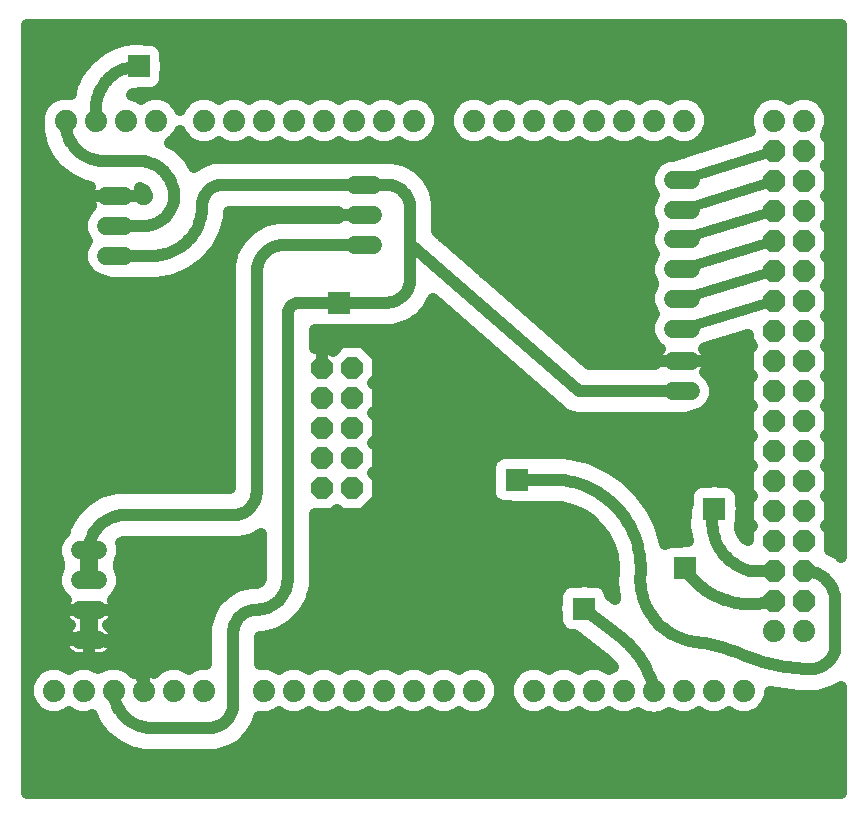
<source format=gbl>
G75*
%MOIN*%
%OFA0B0*%
%FSLAX24Y24*%
%IPPOS*%
%LPD*%
%AMOC8*
5,1,8,0,0,1.08239X$1,22.5*
%
%ADD10C,0.0600*%
%ADD11OC8,0.0720*%
%ADD12C,0.0740*%
%ADD13OC8,0.0740*%
%ADD14C,0.0400*%
%ADD15R,0.0760X0.0760*%
%ADD16C,0.0591*%
%ADD17C,0.0320*%
D10*
X010815Y006363D02*
X011415Y006363D01*
X011415Y007363D02*
X010815Y007363D01*
X010815Y008363D02*
X011415Y008363D01*
X011415Y009363D02*
X010815Y009363D01*
X011677Y019182D02*
X012277Y019182D01*
X012277Y020182D02*
X011677Y020182D01*
X011677Y021182D02*
X012277Y021182D01*
X019988Y021556D02*
X020588Y021556D01*
X020588Y020556D02*
X019988Y020556D01*
X019988Y019556D02*
X020588Y019556D01*
X030575Y019729D02*
X031175Y019729D01*
X031175Y020698D02*
X030575Y020698D01*
X030575Y021698D02*
X031175Y021698D01*
X031175Y018729D02*
X030575Y018729D01*
X030575Y017761D02*
X031175Y017761D01*
X031175Y016761D02*
X030575Y016761D01*
X030575Y015666D02*
X031175Y015666D01*
X031175Y014666D02*
X030575Y014666D01*
D11*
X019875Y014444D03*
X019875Y015444D03*
X018875Y015444D03*
X018875Y014444D03*
X018875Y013444D03*
X019875Y013444D03*
X019875Y012444D03*
X018875Y012444D03*
X018875Y011444D03*
X019875Y011444D03*
D12*
X019938Y004694D03*
X020938Y004694D03*
X021938Y004694D03*
X022938Y004694D03*
X023938Y004694D03*
X025938Y004694D03*
X026938Y004694D03*
X027938Y004694D03*
X028938Y004694D03*
X029938Y004694D03*
X030938Y004694D03*
X031938Y004694D03*
X032938Y004694D03*
X033938Y006694D03*
X034938Y006694D03*
X018938Y004694D03*
X017938Y004694D03*
X016938Y004694D03*
X014938Y004694D03*
X013938Y004694D03*
X012938Y004694D03*
X011938Y004694D03*
X010938Y004694D03*
X009938Y004694D03*
X010338Y023694D03*
X011338Y023694D03*
X012338Y023694D03*
X013338Y023694D03*
X014938Y023694D03*
X015938Y023694D03*
X016938Y023694D03*
X017938Y023694D03*
X018938Y023694D03*
X019938Y023694D03*
X020938Y023694D03*
X021938Y023694D03*
X023938Y023694D03*
X024938Y023694D03*
X025938Y023694D03*
X026938Y023694D03*
X027938Y023694D03*
X028938Y023694D03*
X029938Y023694D03*
X030938Y023694D03*
X033938Y023694D03*
X034938Y023694D03*
D13*
X034938Y022694D03*
X033938Y022694D03*
X033938Y021694D03*
X034938Y021694D03*
X034938Y020694D03*
X033938Y020694D03*
X033938Y019694D03*
X034938Y019694D03*
X034938Y018694D03*
X033938Y018694D03*
X033938Y017694D03*
X034938Y017694D03*
X034938Y016694D03*
X033938Y016694D03*
X033938Y015694D03*
X034938Y015694D03*
X034938Y014694D03*
X033938Y014694D03*
X033938Y013694D03*
X034938Y013694D03*
X034938Y012694D03*
X033938Y012694D03*
X033938Y011694D03*
X034938Y011694D03*
X034938Y010694D03*
X033938Y010694D03*
X033938Y009694D03*
X034938Y009694D03*
X034938Y008694D03*
X033938Y008694D03*
X033938Y007694D03*
X034938Y007694D03*
D14*
X009034Y001294D02*
X009034Y026865D01*
X036181Y026865D01*
X036181Y009161D01*
X036138Y009203D01*
X035808Y009394D01*
X035808Y010054D01*
X035668Y010194D01*
X035808Y010333D01*
X035808Y011054D01*
X035668Y011194D01*
X035808Y011333D01*
X035808Y012054D01*
X035668Y012194D01*
X035808Y012333D01*
X035808Y013054D01*
X035668Y013194D01*
X035808Y013333D01*
X035808Y014054D01*
X035668Y014194D01*
X035808Y014333D01*
X035808Y015054D01*
X035668Y015194D01*
X035808Y015333D01*
X035808Y016054D01*
X035668Y016194D01*
X035808Y016333D01*
X035808Y017054D01*
X035668Y017194D01*
X035808Y017333D01*
X035808Y018054D01*
X035668Y018194D01*
X035808Y018333D01*
X035808Y019054D01*
X035668Y019194D01*
X035808Y019333D01*
X035808Y020054D01*
X035668Y020194D01*
X035808Y020333D01*
X035808Y021054D01*
X035668Y021194D01*
X035808Y021333D01*
X035808Y022054D01*
X035668Y022194D01*
X035808Y022333D01*
X035808Y023054D01*
X035668Y023194D01*
X035676Y023201D01*
X035808Y023521D01*
X035808Y023867D01*
X035676Y024187D01*
X035431Y024431D01*
X035111Y024564D01*
X034765Y024564D01*
X034445Y024431D01*
X034438Y024424D01*
X034431Y024431D01*
X034111Y024564D01*
X033765Y024564D01*
X033445Y024431D01*
X033200Y024187D01*
X033068Y023867D01*
X033068Y023521D01*
X033143Y023340D01*
X030554Y022498D01*
X030416Y022498D01*
X030122Y022376D01*
X029897Y022151D01*
X029775Y021857D01*
X029775Y021539D01*
X029897Y021244D01*
X029944Y021198D01*
X029897Y021151D01*
X029775Y020857D01*
X029775Y020539D01*
X029897Y020244D01*
X029928Y020213D01*
X029897Y020182D01*
X029775Y019888D01*
X029775Y019570D01*
X029897Y019276D01*
X029944Y019229D01*
X029897Y019182D01*
X029775Y018888D01*
X029775Y018570D01*
X029897Y018276D01*
X029928Y018245D01*
X029897Y018214D01*
X029775Y017920D01*
X029775Y017601D01*
X029897Y017307D01*
X029944Y017261D01*
X029897Y017214D01*
X029775Y016920D01*
X029775Y016601D01*
X029897Y016307D01*
X030122Y016082D01*
X030137Y016076D01*
X030117Y016057D01*
X030062Y015981D01*
X030019Y015896D01*
X029990Y015807D01*
X029975Y015713D01*
X029975Y015666D01*
X029975Y015619D01*
X029982Y015573D01*
X027775Y015591D01*
X022720Y020001D01*
X022720Y020994D01*
X022605Y021422D01*
X022605Y021422D01*
X022384Y021806D01*
X022070Y022120D01*
X021686Y022341D01*
X021258Y022456D01*
X015709Y022456D01*
X015700Y022460D01*
X015652Y022460D01*
X015606Y022473D01*
X015474Y022460D01*
X015342Y022460D01*
X015298Y022442D01*
X015216Y022433D01*
X014818Y022281D01*
X014611Y022131D01*
X014430Y022444D01*
X014043Y022831D01*
X014043Y022831D01*
X013828Y022955D01*
X013831Y022956D01*
X014076Y023201D01*
X014138Y023352D01*
X014200Y023201D01*
X014445Y022956D01*
X014765Y022824D01*
X015111Y022824D01*
X015431Y022956D01*
X015438Y022963D01*
X015445Y022956D01*
X015765Y022824D01*
X016111Y022824D01*
X016431Y022956D01*
X016438Y022963D01*
X016445Y022956D01*
X016765Y022824D01*
X017111Y022824D01*
X017431Y022956D01*
X017438Y022963D01*
X017445Y022956D01*
X017765Y022824D01*
X018111Y022824D01*
X018431Y022956D01*
X018438Y022963D01*
X018445Y022956D01*
X018765Y022824D01*
X019111Y022824D01*
X019431Y022956D01*
X019438Y022963D01*
X019445Y022956D01*
X019765Y022824D01*
X020111Y022824D01*
X020431Y022956D01*
X020438Y022963D01*
X020445Y022956D01*
X020765Y022824D01*
X021111Y022824D01*
X021431Y022956D01*
X021438Y022963D01*
X021445Y022956D01*
X021765Y022824D01*
X022111Y022824D01*
X022431Y022956D01*
X022676Y023201D01*
X022808Y023521D01*
X022808Y023867D01*
X022676Y024187D01*
X022431Y024431D01*
X022111Y024564D01*
X021765Y024564D01*
X021445Y024431D01*
X021438Y024424D01*
X021431Y024431D01*
X021111Y024564D01*
X020765Y024564D01*
X020445Y024431D01*
X020438Y024424D01*
X020431Y024431D01*
X020111Y024564D01*
X019765Y024564D01*
X019445Y024431D01*
X019438Y024424D01*
X019431Y024431D01*
X019111Y024564D01*
X018765Y024564D01*
X018445Y024431D01*
X018438Y024424D01*
X018431Y024431D01*
X018111Y024564D01*
X017765Y024564D01*
X017445Y024431D01*
X017438Y024424D01*
X017431Y024431D01*
X017111Y024564D01*
X016765Y024564D01*
X016445Y024431D01*
X016438Y024424D01*
X016431Y024431D01*
X016111Y024564D01*
X015765Y024564D01*
X015445Y024431D01*
X015438Y024424D01*
X015431Y024431D01*
X015111Y024564D01*
X014765Y024564D01*
X014445Y024431D01*
X014200Y024187D01*
X014138Y024036D01*
X014076Y024187D01*
X013831Y024431D01*
X013511Y024564D01*
X013165Y024564D01*
X012845Y024431D01*
X012838Y024424D01*
X012831Y024431D01*
X012550Y024548D01*
X012591Y024567D01*
X012706Y024594D01*
X012765Y024597D01*
X012944Y024597D01*
X012992Y024617D01*
X013244Y024617D01*
X013428Y024693D01*
X013569Y024834D01*
X013645Y025017D01*
X013645Y025270D01*
X013665Y025318D01*
X013665Y025676D01*
X013645Y025724D01*
X013645Y025976D01*
X013569Y026160D01*
X013428Y026301D01*
X013244Y026377D01*
X012992Y026377D01*
X012944Y026397D01*
X012503Y026397D01*
X012415Y026377D01*
X012285Y026377D01*
X012126Y026311D01*
X011991Y026280D01*
X011519Y026053D01*
X011109Y025726D01*
X011109Y025726D01*
X011109Y025726D01*
X010782Y025316D01*
X010555Y024843D01*
X010498Y024594D01*
X010159Y024594D01*
X009828Y024457D01*
X009575Y024204D01*
X009438Y023873D01*
X009438Y023351D01*
X009546Y022880D01*
X009755Y022444D01*
X010057Y022066D01*
X010435Y021765D01*
X010871Y021555D01*
X011160Y021489D01*
X011121Y021412D01*
X011092Y021322D01*
X011077Y021229D01*
X011077Y021182D01*
X011977Y021182D01*
X011977Y021182D01*
X011077Y021182D01*
X011077Y021135D01*
X011092Y021041D01*
X011121Y020952D01*
X011164Y020867D01*
X011193Y020828D01*
X010999Y020635D01*
X010877Y020341D01*
X010877Y020023D01*
X010999Y019729D01*
X011046Y019682D01*
X010999Y019635D01*
X010877Y019341D01*
X010877Y019023D01*
X010999Y018729D01*
X011224Y018504D01*
X011518Y018382D01*
X011557Y018382D01*
X011798Y018282D01*
X013123Y018282D01*
X013392Y018270D01*
X013961Y018374D01*
X014492Y018601D01*
X014492Y018601D01*
X014960Y018941D01*
X015340Y019377D01*
X015614Y019886D01*
X015767Y020444D01*
X015775Y020622D01*
X015785Y020656D01*
X019397Y020656D01*
X019388Y020603D01*
X019388Y020556D01*
X020288Y020556D01*
X020288Y020556D01*
X019388Y020556D01*
X019388Y020509D01*
X019397Y020456D01*
X017395Y020456D01*
X016929Y020331D01*
X016929Y020331D01*
X016510Y020089D01*
X016168Y019748D01*
X016168Y019748D01*
X015927Y019329D01*
X015802Y018862D01*
X015802Y011436D01*
X012015Y011436D01*
X011488Y011295D01*
X011015Y011022D01*
X010629Y010636D01*
X010356Y010163D01*
X010310Y009989D01*
X010137Y009816D01*
X010015Y009522D01*
X010015Y009204D01*
X010120Y008951D01*
X010120Y008775D01*
X010015Y008522D01*
X010015Y008204D01*
X010137Y007910D01*
X010330Y007716D01*
X010302Y007677D01*
X010259Y007593D01*
X010230Y007503D01*
X010215Y007410D01*
X010215Y007363D01*
X010215Y007316D01*
X010230Y007222D01*
X010259Y007133D01*
X010302Y007049D01*
X010358Y006972D01*
X010424Y006905D01*
X010483Y006863D01*
X010424Y006821D01*
X010358Y006754D01*
X010302Y006677D01*
X010259Y006593D01*
X010230Y006503D01*
X010215Y006410D01*
X010215Y006363D01*
X010215Y006316D01*
X010230Y006222D01*
X010259Y006133D01*
X010302Y006049D01*
X010358Y005972D01*
X010424Y005905D01*
X010501Y005850D01*
X010585Y005807D01*
X010675Y005778D01*
X010768Y005763D01*
X011115Y005763D01*
X011115Y006363D01*
X010215Y006363D01*
X011115Y006363D01*
X011115Y006363D01*
X011115Y007363D01*
X010215Y007363D01*
X011115Y007363D01*
X011115Y007363D01*
X011115Y007363D01*
X011115Y006763D01*
X011115Y006363D01*
X011115Y006363D01*
X011115Y006363D01*
X011269Y006363D01*
X011115Y006363D02*
X012015Y006363D01*
X011115Y006363D01*
X011115Y005763D01*
X011462Y005763D01*
X011556Y005778D01*
X011645Y005807D01*
X011730Y005850D01*
X011806Y005905D01*
X011873Y005972D01*
X011928Y006049D01*
X011971Y006133D01*
X012000Y006222D01*
X012015Y006316D01*
X012015Y006363D01*
X012015Y006410D01*
X012000Y006503D01*
X011971Y006593D01*
X011928Y006677D01*
X011873Y006754D01*
X011806Y006821D01*
X011748Y006863D01*
X011806Y006905D01*
X011873Y006972D01*
X011928Y007049D01*
X011971Y007133D01*
X012000Y007222D01*
X012015Y007316D01*
X012015Y007363D01*
X011115Y007363D01*
X012015Y007363D01*
X012015Y007410D01*
X012000Y007503D01*
X011971Y007593D01*
X011928Y007677D01*
X011900Y007716D01*
X012093Y007910D01*
X012215Y008204D01*
X012215Y008522D01*
X012110Y008775D01*
X012110Y008951D01*
X012215Y009204D01*
X012215Y009522D01*
X012178Y009612D01*
X012184Y009615D01*
X012253Y009634D01*
X012288Y009636D01*
X016137Y009636D01*
X016566Y009751D01*
X016835Y009907D01*
X016835Y008420D01*
X016834Y008403D01*
X016825Y008369D01*
X016808Y008339D01*
X016783Y008314D01*
X016753Y008297D01*
X016719Y008288D01*
X016702Y008287D01*
X016480Y008287D01*
X016050Y008172D01*
X015666Y007949D01*
X015666Y007949D01*
X015352Y007635D01*
X015129Y007251D01*
X015129Y007251D01*
X015014Y006821D01*
X015014Y005564D01*
X014765Y005564D01*
X014445Y005431D01*
X014438Y005424D01*
X014431Y005431D01*
X014111Y005564D01*
X013765Y005564D01*
X013445Y005431D01*
X013282Y005268D01*
X013235Y005296D01*
X013154Y005330D01*
X013069Y005352D01*
X012982Y005364D01*
X012938Y005364D01*
X012894Y005364D01*
X012807Y005352D01*
X012722Y005330D01*
X012641Y005296D01*
X012620Y005284D01*
X012448Y005457D01*
X012117Y005594D01*
X011759Y005594D01*
X011428Y005457D01*
X011411Y005439D01*
X011111Y005564D01*
X010765Y005564D01*
X010445Y005431D01*
X010438Y005424D01*
X010431Y005431D01*
X010111Y005564D01*
X009765Y005564D01*
X009445Y005431D01*
X009200Y005187D01*
X009068Y004867D01*
X009068Y004521D01*
X009200Y004201D01*
X009445Y003956D01*
X009765Y003824D01*
X010111Y003824D01*
X010431Y003956D01*
X010438Y003963D01*
X010445Y003956D01*
X010765Y003824D01*
X011111Y003824D01*
X011203Y003862D01*
X011355Y003546D01*
X011355Y003546D01*
X011656Y003168D01*
X011656Y003168D01*
X011656Y003168D01*
X012034Y002867D01*
X012034Y002867D01*
X012469Y002657D01*
X012469Y002657D01*
X012941Y002550D01*
X015349Y002550D01*
X015778Y002665D01*
X016163Y002887D01*
X016163Y002887D01*
X016477Y003201D01*
X016699Y003586D01*
X016763Y003824D01*
X016765Y003824D01*
X017111Y003824D01*
X017431Y003956D01*
X017438Y003963D01*
X017445Y003956D01*
X017765Y003824D01*
X018111Y003824D01*
X018431Y003956D01*
X018438Y003963D01*
X018445Y003956D01*
X018765Y003824D01*
X019111Y003824D01*
X019431Y003956D01*
X019438Y003963D01*
X019445Y003956D01*
X019765Y003824D01*
X020111Y003824D01*
X020431Y003956D01*
X020438Y003963D01*
X020445Y003956D01*
X020765Y003824D01*
X021111Y003824D01*
X021431Y003956D01*
X021438Y003963D01*
X021445Y003956D01*
X021765Y003824D01*
X022111Y003824D01*
X022431Y003956D01*
X022438Y003963D01*
X022445Y003956D01*
X022765Y003824D01*
X023111Y003824D01*
X023431Y003956D01*
X023438Y003963D01*
X023445Y003956D01*
X023765Y003824D01*
X024111Y003824D01*
X024431Y003956D01*
X024676Y004201D01*
X024808Y004521D01*
X024808Y004867D01*
X024676Y005187D01*
X024431Y005431D01*
X024111Y005564D01*
X023765Y005564D01*
X023445Y005431D01*
X023438Y005424D01*
X023431Y005431D01*
X023111Y005564D01*
X022765Y005564D01*
X022445Y005431D01*
X022438Y005424D01*
X022431Y005431D01*
X022111Y005564D01*
X021765Y005564D01*
X021445Y005431D01*
X021438Y005424D01*
X021431Y005431D01*
X021111Y005564D01*
X020765Y005564D01*
X020445Y005431D01*
X020438Y005424D01*
X020431Y005431D01*
X020111Y005564D01*
X019765Y005564D01*
X019445Y005431D01*
X019438Y005424D01*
X019431Y005431D01*
X019111Y005564D01*
X018765Y005564D01*
X018445Y005431D01*
X018438Y005424D01*
X018431Y005431D01*
X018111Y005564D01*
X017765Y005564D01*
X017445Y005431D01*
X017438Y005424D01*
X017431Y005431D01*
X017111Y005564D01*
X016814Y005564D01*
X016814Y006487D01*
X016956Y006487D01*
X017448Y006618D01*
X017448Y006618D01*
X017889Y006873D01*
X018249Y007233D01*
X018503Y007674D01*
X018635Y008166D01*
X018635Y010584D01*
X019231Y010584D01*
X019375Y010727D01*
X019519Y010584D01*
X020231Y010584D01*
X020735Y011087D01*
X020735Y011800D01*
X020591Y011944D01*
X020735Y012087D01*
X020735Y012800D01*
X020591Y012944D01*
X020735Y013087D01*
X020735Y013800D01*
X020591Y013944D01*
X020735Y014087D01*
X020735Y014800D01*
X020591Y014944D01*
X020735Y015087D01*
X020735Y015800D01*
X020231Y016304D01*
X019519Y016304D01*
X019234Y016019D01*
X019148Y016104D01*
X018875Y016104D01*
X018635Y016104D01*
X018635Y016723D01*
X021255Y016723D01*
X021684Y016838D01*
X022069Y017060D01*
X022383Y017374D01*
X022587Y017728D01*
X026817Y014038D01*
X026918Y013935D01*
X026951Y013921D01*
X026977Y013898D01*
X027115Y013852D01*
X027248Y013795D01*
X027283Y013795D01*
X027317Y013784D01*
X027461Y013793D01*
X031047Y013765D01*
X031297Y013866D01*
X031334Y013866D01*
X031628Y013988D01*
X031853Y014213D01*
X031975Y014507D01*
X031975Y014825D01*
X031853Y015119D01*
X031660Y015313D01*
X031688Y015352D01*
X031731Y015436D01*
X031760Y015526D01*
X031775Y015619D01*
X031775Y015666D01*
X030875Y015666D01*
X030875Y015666D01*
X029975Y015666D01*
X030875Y015666D01*
X030875Y015666D01*
X031775Y015666D01*
X031775Y015713D01*
X031760Y015807D01*
X031731Y015896D01*
X031688Y015981D01*
X031633Y016057D01*
X031613Y016076D01*
X031628Y016082D01*
X031641Y016095D01*
X033068Y016530D01*
X033068Y016333D01*
X033208Y016194D01*
X033068Y016054D01*
X033068Y015333D01*
X033208Y015194D01*
X033068Y015054D01*
X033068Y014333D01*
X033208Y014194D01*
X033068Y014054D01*
X033068Y013333D01*
X033208Y013194D01*
X033068Y013054D01*
X033068Y012333D01*
X033208Y012194D01*
X033068Y012054D01*
X033068Y011333D01*
X033208Y011194D01*
X033068Y011054D01*
X033068Y010333D01*
X033208Y010194D01*
X033068Y010054D01*
X033068Y009715D01*
X032989Y009784D01*
X032888Y009924D01*
X032821Y010082D01*
X032800Y010198D01*
X032830Y010269D01*
X032830Y010554D01*
X032865Y010680D01*
X032830Y010967D01*
X032830Y011228D01*
X032754Y011412D01*
X032613Y011553D01*
X032429Y011629D01*
X032144Y011629D01*
X032018Y011664D01*
X031731Y011629D01*
X031470Y011629D01*
X031287Y011553D01*
X031146Y011412D01*
X031070Y011228D01*
X031070Y010944D01*
X031005Y010711D01*
X030978Y010133D01*
X031062Y009664D01*
X030980Y009682D01*
X030775Y009645D01*
X030486Y009645D01*
X030327Y009579D01*
X030157Y010165D01*
X029859Y010771D01*
X029460Y011316D01*
X028973Y011783D01*
X028973Y011783D01*
X028411Y012159D01*
X027794Y012432D01*
X027794Y012432D01*
X027138Y012593D01*
X026949Y012605D01*
X026920Y012617D01*
X026771Y012617D01*
X026622Y012627D01*
X026593Y012617D01*
X025184Y012617D01*
X025136Y012597D01*
X024884Y012597D01*
X024700Y012521D01*
X024559Y012381D01*
X024483Y012197D01*
X024483Y011945D01*
X024463Y011896D01*
X024463Y011538D01*
X024483Y011490D01*
X024483Y011238D01*
X024559Y011054D01*
X024700Y010913D01*
X024884Y010837D01*
X025136Y010837D01*
X025184Y010817D01*
X026699Y010817D01*
X026860Y010800D01*
X026860Y010800D01*
X027208Y010714D01*
X027537Y010569D01*
X027835Y010369D01*
X028094Y010121D01*
X028306Y009831D01*
X028464Y009509D01*
X028564Y009164D01*
X028603Y008807D01*
X028599Y008629D01*
X028574Y008308D01*
X028652Y007752D01*
X028487Y007881D01*
X028487Y007905D01*
X028411Y008089D01*
X028271Y008230D01*
X028087Y008306D01*
X027802Y008306D01*
X027675Y008341D01*
X027389Y008306D01*
X027128Y008306D01*
X026944Y008230D01*
X026803Y008089D01*
X026727Y007905D01*
X026727Y007621D01*
X026692Y007494D01*
X026727Y007208D01*
X026727Y006947D01*
X026803Y006763D01*
X026944Y006622D01*
X027128Y006546D01*
X027272Y006546D01*
X028172Y005843D01*
X028172Y005843D01*
X028313Y005733D01*
X028451Y005615D01*
X028569Y005482D01*
X028445Y005431D01*
X028438Y005424D01*
X028431Y005431D01*
X028111Y005564D01*
X027765Y005564D01*
X027445Y005431D01*
X027438Y005424D01*
X027431Y005431D01*
X027111Y005564D01*
X026765Y005564D01*
X026445Y005431D01*
X026438Y005424D01*
X026431Y005431D01*
X026111Y005564D01*
X025765Y005564D01*
X025445Y005431D01*
X025200Y005187D01*
X025068Y004867D01*
X025068Y004521D01*
X025200Y004201D01*
X025445Y003956D01*
X025765Y003824D01*
X026111Y003824D01*
X026431Y003956D01*
X026438Y003963D01*
X026445Y003956D01*
X026765Y003824D01*
X027111Y003824D01*
X027431Y003956D01*
X027438Y003963D01*
X027445Y003956D01*
X027765Y003824D01*
X028111Y003824D01*
X028431Y003956D01*
X028438Y003963D01*
X028445Y003956D01*
X028765Y003824D01*
X029111Y003824D01*
X029425Y003954D01*
X029583Y003848D01*
X029934Y003776D01*
X030285Y003844D01*
X030451Y003954D01*
X030765Y003824D01*
X031111Y003824D01*
X031431Y003956D01*
X031438Y003963D01*
X031445Y003956D01*
X031765Y003824D01*
X032111Y003824D01*
X032431Y003956D01*
X032438Y003963D01*
X032445Y003956D01*
X032765Y003824D01*
X033111Y003824D01*
X033431Y003956D01*
X033676Y004201D01*
X033808Y004521D01*
X033808Y004647D01*
X033812Y004646D01*
X034738Y004518D01*
X035428Y004518D01*
X035857Y004633D01*
X036181Y004820D01*
X036181Y001294D01*
X009034Y001294D01*
X009034Y001491D02*
X036181Y001491D01*
X036181Y001889D02*
X009034Y001889D01*
X009034Y002288D02*
X036181Y002288D01*
X036181Y002686D02*
X015816Y002686D01*
X015778Y002665D02*
X015778Y002665D01*
X016361Y003085D02*
X036181Y003085D01*
X036181Y003483D02*
X016640Y003483D01*
X016477Y003201D02*
X016477Y003201D01*
X017251Y003882D02*
X017625Y003882D01*
X018251Y003882D02*
X018625Y003882D01*
X019251Y003882D02*
X019625Y003882D01*
X020251Y003882D02*
X020625Y003882D01*
X021251Y003882D02*
X021625Y003882D01*
X022251Y003882D02*
X022625Y003882D01*
X023251Y003882D02*
X023625Y003882D01*
X024251Y003882D02*
X025625Y003882D01*
X025168Y004280D02*
X024708Y004280D01*
X024808Y004679D02*
X025068Y004679D01*
X025155Y005077D02*
X024721Y005077D01*
X024323Y005476D02*
X025552Y005476D01*
X026323Y005476D02*
X026552Y005476D01*
X027323Y005476D02*
X027552Y005476D01*
X028132Y005874D02*
X016814Y005874D01*
X016814Y006273D02*
X027622Y006273D01*
X026895Y006671D02*
X017540Y006671D01*
X017889Y006873D02*
X017889Y006873D01*
X018086Y007070D02*
X026727Y007070D01*
X026695Y007468D02*
X018385Y007468D01*
X018503Y007674D02*
X018503Y007674D01*
X018555Y007867D02*
X026727Y007867D01*
X027029Y008265D02*
X018635Y008265D01*
X018635Y008664D02*
X028600Y008664D01*
X028574Y008308D02*
X028574Y008308D01*
X028580Y008265D02*
X028185Y008265D01*
X028505Y007867D02*
X028636Y007867D01*
X027607Y007426D02*
X028867Y006442D01*
X028553Y005476D02*
X028323Y005476D01*
X028867Y006442D02*
X028949Y006376D01*
X029028Y006307D01*
X029104Y006235D01*
X029178Y006161D01*
X029249Y006084D01*
X029317Y006005D01*
X029383Y005923D01*
X029445Y005839D01*
X029505Y005753D01*
X029561Y005664D01*
X029614Y005574D01*
X029664Y005482D01*
X029710Y005388D01*
X029754Y005293D01*
X029793Y005196D01*
X029829Y005098D01*
X029862Y004998D01*
X029891Y004897D01*
X029917Y004796D01*
X029938Y004693D01*
X030342Y003882D02*
X030625Y003882D01*
X031251Y003882D02*
X031625Y003882D01*
X032251Y003882D02*
X032625Y003882D01*
X033251Y003882D02*
X036181Y003882D01*
X036181Y004280D02*
X033708Y004280D01*
X033812Y004646D02*
X033812Y004646D01*
X035857Y004633D02*
X035857Y004633D01*
X035936Y004679D02*
X036181Y004679D01*
X035993Y006206D02*
X035993Y007639D01*
X035991Y007703D01*
X035985Y007766D01*
X035976Y007829D01*
X035962Y007891D01*
X035945Y007953D01*
X035924Y008013D01*
X035900Y008072D01*
X035872Y008129D01*
X035841Y008185D01*
X035806Y008238D01*
X035768Y008290D01*
X035728Y008339D01*
X035684Y008385D01*
X035638Y008429D01*
X035589Y008469D01*
X035537Y008507D01*
X035484Y008542D01*
X035428Y008573D01*
X035371Y008601D01*
X035312Y008625D01*
X035252Y008646D01*
X035190Y008663D01*
X035128Y008677D01*
X035065Y008686D01*
X035002Y008692D01*
X034938Y008694D01*
X033938Y008694D02*
X033111Y008694D01*
X031368Y006304D02*
X031278Y006316D01*
X031189Y006331D01*
X031101Y006351D01*
X031014Y006374D01*
X030928Y006401D01*
X030843Y006431D01*
X030760Y006466D01*
X030678Y006503D01*
X030597Y006545D01*
X030519Y006589D01*
X030443Y006637D01*
X030368Y006688D01*
X030296Y006742D01*
X030226Y006800D01*
X030159Y006860D01*
X030095Y006923D01*
X030033Y006989D01*
X029974Y007057D01*
X029918Y007128D01*
X029865Y007201D01*
X029816Y007276D01*
X029769Y007353D01*
X029726Y007433D01*
X029686Y007514D01*
X029650Y007596D01*
X029618Y007680D01*
X029589Y007766D01*
X029563Y007852D01*
X029542Y007940D01*
X029524Y008028D01*
X029510Y008117D01*
X029500Y008207D01*
X029494Y008297D01*
X029491Y008387D01*
X029492Y008477D01*
X029498Y008567D01*
X028576Y009062D02*
X018635Y009062D01*
X018635Y009461D02*
X028478Y009461D01*
X028285Y009859D02*
X018635Y009859D01*
X018635Y010258D02*
X027951Y010258D01*
X027339Y010656D02*
X020304Y010656D01*
X020702Y011055D02*
X024559Y011055D01*
X024483Y011453D02*
X020735Y011453D01*
X020683Y011852D02*
X024463Y011852D01*
X024505Y012250D02*
X020735Y012250D01*
X020735Y012649D02*
X033068Y012649D01*
X033151Y012250D02*
X028205Y012250D01*
X028411Y012159D02*
X028411Y012159D01*
X028870Y011852D02*
X033068Y011852D01*
X033068Y011453D02*
X032713Y011453D01*
X032830Y011055D02*
X033069Y011055D01*
X033068Y010656D02*
X032858Y010656D01*
X032825Y010258D02*
X033144Y010258D01*
X030965Y008765D02*
X031021Y008682D01*
X031080Y008601D01*
X031142Y008523D01*
X031207Y008447D01*
X031274Y008374D01*
X031345Y008303D01*
X031418Y008235D01*
X031494Y008170D01*
X031572Y008108D01*
X031653Y008049D01*
X031735Y007993D01*
X031820Y007940D01*
X031907Y007891D01*
X031995Y007845D01*
X032086Y007802D01*
X032177Y007763D01*
X032271Y007727D01*
X032365Y007695D01*
X032461Y007667D01*
X032558Y007642D01*
X032655Y007621D01*
X032754Y007604D01*
X032853Y007590D01*
X032952Y007581D01*
X033052Y007575D01*
X033152Y007573D01*
X033251Y007575D01*
X033351Y007580D01*
X033450Y007590D01*
X033549Y007603D01*
X033648Y007620D01*
X033745Y007641D01*
X033842Y007666D01*
X033938Y007694D01*
X035993Y006206D02*
X035991Y006152D01*
X035986Y006099D01*
X035977Y006046D01*
X035964Y005994D01*
X035948Y005942D01*
X035928Y005892D01*
X035905Y005844D01*
X035878Y005797D01*
X035849Y005752D01*
X035816Y005709D01*
X035781Y005669D01*
X035743Y005631D01*
X035703Y005596D01*
X035660Y005563D01*
X035615Y005534D01*
X035568Y005507D01*
X035520Y005484D01*
X035470Y005464D01*
X035418Y005448D01*
X035366Y005435D01*
X035313Y005426D01*
X035260Y005421D01*
X035206Y005419D01*
X036138Y009203D02*
X036138Y009203D01*
X036138Y009203D01*
X036181Y009461D02*
X035808Y009461D01*
X035808Y009859D02*
X036181Y009859D01*
X036181Y010258D02*
X035732Y010258D01*
X035808Y010656D02*
X036181Y010656D01*
X036181Y011055D02*
X035807Y011055D01*
X035808Y011453D02*
X036181Y011453D01*
X036181Y011852D02*
X035808Y011852D01*
X035725Y012250D02*
X036181Y012250D01*
X036181Y012649D02*
X035808Y012649D01*
X035808Y013047D02*
X036181Y013047D01*
X036181Y013446D02*
X035808Y013446D01*
X035808Y013844D02*
X036181Y013844D01*
X036181Y014243D02*
X035717Y014243D01*
X035808Y014641D02*
X036181Y014641D01*
X036181Y015040D02*
X035808Y015040D01*
X035808Y015438D02*
X036181Y015438D01*
X036181Y015837D02*
X035808Y015837D01*
X035710Y016235D02*
X036181Y016235D01*
X036181Y016634D02*
X035808Y016634D01*
X035808Y017032D02*
X036181Y017032D01*
X036181Y017431D02*
X035808Y017431D01*
X035808Y017829D02*
X036181Y017829D01*
X036181Y018228D02*
X035702Y018228D01*
X035808Y018626D02*
X036181Y018626D01*
X036181Y019025D02*
X035808Y019025D01*
X035808Y019423D02*
X036181Y019423D01*
X036181Y019822D02*
X035808Y019822D01*
X035695Y020220D02*
X036181Y020220D01*
X036181Y020619D02*
X035808Y020619D01*
X035808Y021017D02*
X036181Y021017D01*
X036181Y021416D02*
X035808Y021416D01*
X035808Y021814D02*
X036181Y021814D01*
X036181Y022213D02*
X035687Y022213D01*
X035808Y022611D02*
X036181Y022611D01*
X036181Y023010D02*
X035808Y023010D01*
X035761Y023408D02*
X036181Y023408D01*
X036181Y023807D02*
X035808Y023807D01*
X035657Y024205D02*
X036181Y024205D01*
X036181Y024604D02*
X012960Y024604D01*
X012765Y025497D02*
X012690Y025495D01*
X012616Y025489D01*
X012542Y025479D01*
X012468Y025466D01*
X012396Y025448D01*
X012324Y025427D01*
X012254Y025402D01*
X012185Y025374D01*
X012117Y025341D01*
X012052Y025306D01*
X011988Y025267D01*
X011926Y025224D01*
X011867Y025179D01*
X011810Y025130D01*
X011756Y025079D01*
X011705Y025025D01*
X011656Y024968D01*
X011611Y024909D01*
X011568Y024847D01*
X011529Y024784D01*
X011494Y024718D01*
X011461Y024650D01*
X011433Y024581D01*
X011408Y024511D01*
X011387Y024439D01*
X011369Y024367D01*
X011356Y024293D01*
X011346Y024219D01*
X011340Y024145D01*
X011338Y024070D01*
X011338Y023694D01*
X010338Y023593D02*
X010340Y023523D01*
X010346Y023453D01*
X010356Y023384D01*
X010369Y023316D01*
X010387Y023248D01*
X010408Y023181D01*
X010433Y023116D01*
X010461Y023052D01*
X010493Y022990D01*
X010529Y022930D01*
X010568Y022872D01*
X010610Y022816D01*
X010655Y022763D01*
X010703Y022712D01*
X010754Y022664D01*
X010807Y022619D01*
X010863Y022577D01*
X010921Y022538D01*
X010981Y022502D01*
X011043Y022470D01*
X011107Y022442D01*
X011172Y022417D01*
X011239Y022396D01*
X011307Y022378D01*
X011375Y022365D01*
X011444Y022355D01*
X011514Y022349D01*
X011584Y022347D01*
X012765Y022347D01*
X012819Y021440D02*
X012872Y021426D01*
X012936Y021389D01*
X012988Y021337D01*
X013024Y021274D01*
X013043Y021203D01*
X013046Y021166D01*
X013045Y021155D01*
X013039Y021134D01*
X013028Y021115D01*
X013013Y021099D01*
X012994Y021088D01*
X012973Y021083D01*
X012962Y021082D01*
X012869Y021082D01*
X012877Y021135D01*
X012877Y021182D01*
X012877Y021229D01*
X012863Y021322D01*
X012833Y021412D01*
X012819Y021440D01*
X012832Y021416D02*
X012890Y021416D01*
X012877Y021182D02*
X011977Y021182D01*
X011206Y021182D01*
X011100Y021017D02*
X009034Y021017D01*
X009034Y020619D02*
X010992Y020619D01*
X011206Y021182D02*
X011151Y021180D01*
X011097Y021175D01*
X011043Y021165D01*
X010989Y021152D01*
X010937Y021136D01*
X010886Y021116D01*
X010837Y021092D01*
X010789Y021065D01*
X010743Y021035D01*
X010699Y021002D01*
X010658Y020966D01*
X010619Y020927D01*
X010583Y020886D01*
X010550Y020842D01*
X010520Y020796D01*
X010493Y020748D01*
X010469Y020699D01*
X010449Y020648D01*
X010433Y020596D01*
X010420Y020542D01*
X010410Y020488D01*
X010405Y020434D01*
X010403Y020379D01*
X010403Y013292D01*
X013158Y013292D01*
X013244Y013294D01*
X013330Y013299D01*
X013415Y013309D01*
X013500Y013322D01*
X013584Y013339D01*
X013668Y013359D01*
X013750Y013383D01*
X013831Y013411D01*
X013912Y013442D01*
X013990Y013476D01*
X014067Y013514D01*
X014142Y013556D01*
X014216Y013600D01*
X014287Y013648D01*
X014357Y013699D01*
X014424Y013753D01*
X014488Y013809D01*
X014550Y013869D01*
X014610Y013931D01*
X014666Y013995D01*
X014720Y014062D01*
X014771Y014132D01*
X014819Y014203D01*
X014863Y014276D01*
X014905Y014352D01*
X014943Y014429D01*
X014977Y014507D01*
X015008Y014588D01*
X015036Y014669D01*
X015060Y014751D01*
X015080Y014835D01*
X015097Y014919D01*
X015110Y015004D01*
X015120Y015089D01*
X015125Y015175D01*
X015127Y015261D01*
X015127Y016835D01*
X015127Y018410D01*
X014960Y018941D02*
X014960Y018941D01*
X015033Y019025D02*
X015845Y019025D01*
X015927Y019329D02*
X015927Y019329D01*
X015981Y019423D02*
X015365Y019423D01*
X015340Y019377D02*
X015340Y019377D01*
X015579Y019822D02*
X016243Y019822D01*
X016510Y020089D02*
X016510Y020089D01*
X016737Y020220D02*
X015706Y020220D01*
X015767Y020444D02*
X015767Y020444D01*
X015775Y020619D02*
X019391Y020619D01*
X020288Y020556D02*
X017273Y020556D01*
X017637Y019556D02*
X020288Y019556D01*
X021819Y018410D02*
X021817Y018356D01*
X021812Y018303D01*
X021803Y018250D01*
X021790Y018198D01*
X021774Y018146D01*
X021754Y018096D01*
X021731Y018048D01*
X021704Y018001D01*
X021675Y017956D01*
X021642Y017913D01*
X021607Y017873D01*
X021569Y017835D01*
X021529Y017800D01*
X021486Y017767D01*
X021441Y017738D01*
X021394Y017711D01*
X021346Y017688D01*
X021296Y017668D01*
X021244Y017652D01*
X021192Y017639D01*
X021139Y017630D01*
X021086Y017625D01*
X021032Y017623D01*
X019458Y017623D01*
X018129Y017623D01*
X018090Y017621D01*
X018052Y017615D01*
X018015Y017606D01*
X017978Y017593D01*
X017943Y017576D01*
X017910Y017557D01*
X017879Y017534D01*
X017850Y017508D01*
X017824Y017479D01*
X017801Y017448D01*
X017782Y017415D01*
X017765Y017380D01*
X017752Y017343D01*
X017743Y017306D01*
X017737Y017268D01*
X017735Y017229D01*
X017735Y008420D01*
X016835Y008664D02*
X012157Y008664D01*
X012215Y008265D02*
X016400Y008265D01*
X016702Y007387D02*
X016764Y007389D01*
X016827Y007395D01*
X016888Y007404D01*
X016949Y007417D01*
X017009Y007434D01*
X017068Y007454D01*
X017126Y007478D01*
X017182Y007505D01*
X017236Y007536D01*
X017289Y007570D01*
X017339Y007607D01*
X017387Y007647D01*
X017432Y007690D01*
X017475Y007735D01*
X017515Y007783D01*
X017552Y007833D01*
X017586Y007886D01*
X017617Y007940D01*
X017644Y007996D01*
X017668Y008054D01*
X017688Y008113D01*
X017705Y008173D01*
X017718Y008234D01*
X017727Y008295D01*
X017733Y008358D01*
X017735Y008420D01*
X016835Y009062D02*
X012156Y009062D01*
X011115Y009363D02*
X011117Y009429D01*
X011122Y009494D01*
X011132Y009559D01*
X011144Y009624D01*
X011161Y009688D01*
X011181Y009750D01*
X011204Y009812D01*
X011231Y009872D01*
X011261Y009930D01*
X011295Y009987D01*
X011331Y010042D01*
X011371Y010094D01*
X011413Y010145D01*
X011459Y010192D01*
X011506Y010238D01*
X011557Y010280D01*
X011609Y010320D01*
X011664Y010356D01*
X011721Y010390D01*
X011779Y010420D01*
X011839Y010447D01*
X011901Y010470D01*
X011963Y010490D01*
X012027Y010507D01*
X012092Y010519D01*
X012157Y010529D01*
X012222Y010534D01*
X012288Y010536D01*
X015914Y010536D01*
X016753Y009859D02*
X016835Y009859D01*
X016566Y009751D02*
X016566Y009751D01*
X016835Y009461D02*
X012215Y009461D01*
X010650Y010656D02*
X009034Y010656D01*
X009034Y010258D02*
X010411Y010258D01*
X010356Y010163D02*
X010356Y010163D01*
X010180Y009859D02*
X009034Y009859D01*
X009034Y009461D02*
X010015Y009461D01*
X010074Y009062D02*
X009034Y009062D01*
X009034Y008664D02*
X010074Y008664D01*
X010015Y008265D02*
X009034Y008265D01*
X009034Y007867D02*
X010180Y007867D01*
X010224Y007468D02*
X009034Y007468D01*
X009034Y007070D02*
X010291Y007070D01*
X010299Y006671D02*
X009034Y006671D01*
X009034Y006273D02*
X010222Y006273D01*
X010467Y005874D02*
X009034Y005874D01*
X009034Y005476D02*
X009552Y005476D01*
X009155Y005077D02*
X009034Y005077D01*
X009034Y004679D02*
X009068Y004679D01*
X009034Y004280D02*
X009168Y004280D01*
X009034Y003882D02*
X009625Y003882D01*
X009034Y003483D02*
X011405Y003483D01*
X011761Y003085D02*
X009034Y003085D01*
X009034Y002686D02*
X012409Y002686D01*
X013182Y003450D02*
X015127Y003450D01*
X015181Y003452D01*
X015234Y003457D01*
X015287Y003466D01*
X015339Y003479D01*
X015391Y003495D01*
X015441Y003515D01*
X015489Y003538D01*
X015536Y003565D01*
X015581Y003594D01*
X015624Y003627D01*
X015664Y003662D01*
X015702Y003700D01*
X015737Y003740D01*
X015770Y003783D01*
X015799Y003828D01*
X015826Y003875D01*
X015849Y003923D01*
X015869Y003973D01*
X015885Y004025D01*
X015898Y004077D01*
X015907Y004130D01*
X015912Y004183D01*
X015914Y004237D01*
X015914Y006599D01*
X015915Y006599D02*
X015917Y006653D01*
X015922Y006706D01*
X015931Y006759D01*
X015944Y006811D01*
X015960Y006863D01*
X015980Y006913D01*
X016003Y006961D01*
X016030Y007008D01*
X016059Y007053D01*
X016092Y007096D01*
X016127Y007136D01*
X016165Y007174D01*
X016205Y007209D01*
X016248Y007242D01*
X016293Y007271D01*
X016340Y007298D01*
X016388Y007321D01*
X016438Y007341D01*
X016490Y007357D01*
X016542Y007370D01*
X016595Y007379D01*
X016648Y007384D01*
X016702Y007386D01*
X016050Y008172D02*
X016050Y008172D01*
X015583Y007867D02*
X012050Y007867D01*
X012006Y007468D02*
X015255Y007468D01*
X015352Y007635D02*
X015352Y007635D01*
X015081Y007070D02*
X011939Y007070D01*
X011932Y006671D02*
X015014Y006671D01*
X015014Y006273D02*
X012008Y006273D01*
X011763Y005874D02*
X015014Y005874D01*
X014552Y005476D02*
X014323Y005476D01*
X013552Y005476D02*
X012402Y005476D01*
X012938Y005364D02*
X012938Y004694D01*
X012938Y004694D01*
X012938Y005364D01*
X012938Y005077D02*
X012938Y005077D01*
X011938Y004694D02*
X011940Y004624D01*
X011946Y004555D01*
X011956Y004486D01*
X011969Y004417D01*
X011987Y004350D01*
X012008Y004283D01*
X012033Y004218D01*
X012061Y004154D01*
X012093Y004092D01*
X012129Y004032D01*
X012167Y003974D01*
X012209Y003918D01*
X012254Y003865D01*
X012302Y003814D01*
X012353Y003766D01*
X012406Y003721D01*
X012462Y003679D01*
X012520Y003641D01*
X012580Y003605D01*
X012642Y003573D01*
X012706Y003545D01*
X012771Y003520D01*
X012838Y003499D01*
X012905Y003481D01*
X012974Y003468D01*
X013043Y003458D01*
X013112Y003452D01*
X013182Y003450D01*
X012938Y004694D02*
X012936Y004773D01*
X012930Y004853D01*
X012921Y004932D01*
X012908Y005010D01*
X012891Y005087D01*
X012870Y005164D01*
X012846Y005240D01*
X012818Y005314D01*
X012787Y005387D01*
X012752Y005459D01*
X012714Y005529D01*
X012673Y005596D01*
X012629Y005662D01*
X012581Y005726D01*
X012530Y005787D01*
X012477Y005846D01*
X012421Y005902D01*
X012362Y005955D01*
X012301Y006006D01*
X012237Y006054D01*
X012171Y006098D01*
X012104Y006139D01*
X012034Y006177D01*
X011962Y006212D01*
X011889Y006243D01*
X011815Y006271D01*
X011739Y006295D01*
X011662Y006316D01*
X011585Y006333D01*
X011507Y006346D01*
X011428Y006355D01*
X011348Y006361D01*
X011269Y006363D01*
X011115Y006363D02*
X011115Y006363D01*
X011115Y006273D02*
X011115Y006273D01*
X011115Y006671D02*
X011115Y006671D01*
X011115Y007070D02*
X011115Y007070D01*
X011115Y007363D02*
X011115Y007363D01*
X011115Y006363D02*
X011039Y006365D01*
X010963Y006371D01*
X010888Y006380D01*
X010813Y006394D01*
X010739Y006411D01*
X010666Y006432D01*
X010594Y006456D01*
X010523Y006485D01*
X010454Y006516D01*
X010387Y006551D01*
X010322Y006590D01*
X010258Y006632D01*
X010197Y006677D01*
X010138Y006725D01*
X010082Y006776D01*
X010028Y006830D01*
X009977Y006886D01*
X009929Y006945D01*
X009884Y007006D01*
X009842Y007070D01*
X009803Y007135D01*
X009768Y007202D01*
X009737Y007271D01*
X009708Y007342D01*
X009684Y007414D01*
X009663Y007487D01*
X009646Y007561D01*
X009632Y007636D01*
X009623Y007711D01*
X009617Y007787D01*
X009615Y007863D01*
X009615Y010930D01*
X009034Y011055D02*
X011072Y011055D01*
X011015Y011022D02*
X011015Y011022D01*
X010009Y011717D02*
X009961Y011679D01*
X009916Y011638D01*
X009874Y011595D01*
X009834Y011549D01*
X009797Y011500D01*
X009763Y011450D01*
X009733Y011397D01*
X009706Y011343D01*
X009682Y011287D01*
X009662Y011229D01*
X009645Y011171D01*
X009632Y011111D01*
X009623Y011051D01*
X009617Y010991D01*
X009615Y010930D01*
X009034Y011453D02*
X015802Y011453D01*
X016701Y011324D02*
X016699Y011270D01*
X016694Y011217D01*
X016685Y011164D01*
X016672Y011112D01*
X016656Y011060D01*
X016636Y011010D01*
X016613Y010962D01*
X016586Y010915D01*
X016557Y010870D01*
X016524Y010827D01*
X016489Y010787D01*
X016451Y010749D01*
X016411Y010714D01*
X016368Y010681D01*
X016323Y010652D01*
X016276Y010625D01*
X016228Y010602D01*
X016178Y010582D01*
X016126Y010566D01*
X016074Y010553D01*
X016021Y010544D01*
X015968Y010539D01*
X015914Y010537D01*
X016702Y011324D02*
X016702Y018621D01*
X015127Y018410D02*
X015129Y018501D01*
X015135Y018592D01*
X015144Y018683D01*
X015158Y018773D01*
X015175Y018862D01*
X015196Y018951D01*
X015221Y019038D01*
X015250Y019125D01*
X015282Y019210D01*
X015318Y019294D01*
X015357Y019376D01*
X015400Y019457D01*
X015446Y019535D01*
X015495Y019612D01*
X015548Y019686D01*
X015603Y019758D01*
X015662Y019828D01*
X015724Y019895D01*
X015788Y019959D01*
X015855Y020021D01*
X015925Y020080D01*
X015997Y020135D01*
X016071Y020188D01*
X016148Y020237D01*
X016226Y020283D01*
X016307Y020326D01*
X016389Y020365D01*
X016473Y020401D01*
X016558Y020433D01*
X016645Y020462D01*
X016732Y020487D01*
X016821Y020508D01*
X016910Y020525D01*
X017000Y020539D01*
X017091Y020548D01*
X017182Y020554D01*
X017273Y020556D01*
X015520Y021559D02*
X015470Y021552D01*
X015419Y021541D01*
X015370Y021527D01*
X015322Y021510D01*
X015276Y021488D01*
X015231Y021464D01*
X015187Y021437D01*
X015146Y021406D01*
X015108Y021373D01*
X015071Y021337D01*
X015038Y021298D01*
X015007Y021257D01*
X014979Y021214D01*
X014954Y021170D01*
X014933Y021123D01*
X014915Y021075D01*
X014900Y021026D01*
X014889Y020976D01*
X014881Y020926D01*
X014878Y020874D01*
X014877Y020823D01*
X014881Y020772D01*
X015530Y021556D02*
X020288Y021556D01*
X021036Y021556D01*
X021909Y022213D02*
X029959Y022213D01*
X029775Y021814D02*
X022375Y021814D01*
X022384Y021806D02*
X022384Y021806D01*
X022070Y022120D02*
X022070Y022120D01*
X021686Y022341D02*
X021686Y022341D01*
X022484Y023010D02*
X023392Y023010D01*
X023445Y022956D02*
X023765Y022824D01*
X024111Y022824D01*
X024431Y022956D01*
X024438Y022963D01*
X024445Y022956D01*
X024765Y022824D01*
X025111Y022824D01*
X025431Y022956D01*
X025438Y022963D01*
X025445Y022956D01*
X025765Y022824D01*
X026111Y022824D01*
X026431Y022956D01*
X026438Y022963D01*
X026445Y022956D01*
X026765Y022824D01*
X027111Y022824D01*
X027431Y022956D01*
X027438Y022963D01*
X027445Y022956D01*
X027765Y022824D01*
X028111Y022824D01*
X028431Y022956D01*
X028438Y022963D01*
X028445Y022956D01*
X028765Y022824D01*
X029111Y022824D01*
X029431Y022956D01*
X029438Y022963D01*
X029445Y022956D01*
X029765Y022824D01*
X030111Y022824D01*
X030431Y022956D01*
X030438Y022963D01*
X030445Y022956D01*
X030765Y022824D01*
X031111Y022824D01*
X031431Y022956D01*
X031676Y023201D01*
X031808Y023521D01*
X031808Y023867D01*
X031676Y024187D01*
X031431Y024431D01*
X031111Y024564D01*
X030765Y024564D01*
X030445Y024431D01*
X030438Y024424D01*
X030431Y024431D01*
X030111Y024564D01*
X029765Y024564D01*
X029445Y024431D01*
X029438Y024424D01*
X029431Y024431D01*
X029111Y024564D01*
X028765Y024564D01*
X028445Y024431D01*
X028438Y024424D01*
X028431Y024431D01*
X028111Y024564D01*
X027765Y024564D01*
X027445Y024431D01*
X027438Y024424D01*
X027431Y024431D01*
X027111Y024564D01*
X026765Y024564D01*
X026445Y024431D01*
X026438Y024424D01*
X026431Y024431D01*
X026111Y024564D01*
X025765Y024564D01*
X025445Y024431D01*
X025438Y024424D01*
X025431Y024431D01*
X025111Y024564D01*
X024765Y024564D01*
X024445Y024431D01*
X024438Y024424D01*
X024431Y024431D01*
X024111Y024564D01*
X023765Y024564D01*
X023445Y024431D01*
X023200Y024187D01*
X023068Y023867D01*
X023068Y023521D01*
X023200Y023201D01*
X023445Y022956D01*
X023115Y023408D02*
X022761Y023408D01*
X022808Y023807D02*
X023068Y023807D01*
X023219Y024205D02*
X022657Y024205D01*
X022607Y021416D02*
X029826Y021416D01*
X029841Y021017D02*
X022714Y021017D01*
X022720Y020619D02*
X029775Y020619D01*
X029921Y020220D02*
X022720Y020220D01*
X022925Y019822D02*
X029775Y019822D01*
X029836Y019423D02*
X023382Y019423D01*
X023838Y019025D02*
X029832Y019025D01*
X029775Y018626D02*
X024295Y018626D01*
X024752Y018228D02*
X029911Y018228D01*
X029775Y017829D02*
X025209Y017829D01*
X025666Y017431D02*
X029846Y017431D01*
X029822Y017032D02*
X026122Y017032D01*
X026579Y016634D02*
X029775Y016634D01*
X029969Y016235D02*
X027036Y016235D01*
X027493Y015837D02*
X030000Y015837D01*
X030875Y014666D02*
X027434Y014694D01*
X021820Y019591D01*
X021820Y020772D01*
X021819Y020772D02*
X021817Y020828D01*
X021811Y020883D01*
X021801Y020938D01*
X021787Y020993D01*
X021770Y021046D01*
X021748Y021097D01*
X021723Y021147D01*
X021695Y021195D01*
X021663Y021241D01*
X021628Y021285D01*
X021590Y021326D01*
X021549Y021364D01*
X021505Y021399D01*
X021459Y021431D01*
X021411Y021459D01*
X021361Y021484D01*
X021310Y021506D01*
X021257Y021523D01*
X021202Y021537D01*
X021147Y021547D01*
X021092Y021553D01*
X021036Y021555D01*
X021820Y019591D02*
X021820Y018410D01*
X022415Y017431D02*
X022928Y017431D01*
X023384Y017032D02*
X022020Y017032D01*
X021684Y016838D02*
X021684Y016838D01*
X022383Y017374D02*
X022383Y017374D01*
X023841Y016634D02*
X018635Y016634D01*
X018635Y016235D02*
X019450Y016235D01*
X018875Y016104D02*
X018875Y015444D01*
X018875Y016104D01*
X018875Y015837D02*
X018875Y015837D01*
X018875Y015444D02*
X018875Y015444D01*
X020300Y016235D02*
X024298Y016235D01*
X024755Y015837D02*
X020698Y015837D01*
X020735Y015438D02*
X025212Y015438D01*
X025668Y015040D02*
X020687Y015040D01*
X020735Y014641D02*
X026125Y014641D01*
X026582Y014243D02*
X020735Y014243D01*
X020691Y013844D02*
X027132Y013844D01*
X026741Y011717D02*
X025363Y011717D01*
X026741Y011717D02*
X026849Y011708D01*
X026956Y011695D01*
X027063Y011678D01*
X027169Y011657D01*
X027274Y011633D01*
X027378Y011604D01*
X027481Y011572D01*
X027583Y011536D01*
X027684Y011496D01*
X027783Y011452D01*
X027880Y011405D01*
X027975Y011355D01*
X028069Y011301D01*
X028161Y011243D01*
X028250Y011183D01*
X028337Y011119D01*
X028422Y011052D01*
X028504Y010982D01*
X028584Y010908D01*
X028661Y010833D01*
X028735Y010754D01*
X028806Y010673D01*
X028874Y010589D01*
X028939Y010502D01*
X029001Y010414D01*
X029060Y010323D01*
X029115Y010230D01*
X029167Y010135D01*
X029215Y010038D01*
X029260Y009940D01*
X029301Y009840D01*
X029338Y009739D01*
X029372Y009636D01*
X029402Y009532D01*
X029428Y009427D01*
X029450Y009321D01*
X029469Y009215D01*
X029483Y009108D01*
X029494Y009000D01*
X029500Y008892D01*
X029503Y008784D01*
X029502Y008676D01*
X029496Y008568D01*
X030245Y009859D02*
X031027Y009859D01*
X030984Y010258D02*
X030111Y010258D01*
X030157Y010165D02*
X030157Y010165D01*
X029915Y010656D02*
X031003Y010656D01*
X031070Y011055D02*
X029651Y011055D01*
X029460Y011316D02*
X029460Y011316D01*
X029316Y011453D02*
X031187Y011453D01*
X029859Y010771D02*
X029859Y010771D01*
X032935Y009859D02*
X033068Y009859D01*
X033111Y008694D02*
X033035Y008717D01*
X032960Y008744D01*
X032887Y008774D01*
X032815Y008808D01*
X032745Y008845D01*
X032676Y008885D01*
X032610Y008928D01*
X032546Y008975D01*
X032484Y009025D01*
X032424Y009077D01*
X032367Y009133D01*
X032313Y009191D01*
X032261Y009251D01*
X032213Y009314D01*
X032167Y009379D01*
X032125Y009447D01*
X032086Y009516D01*
X032050Y009587D01*
X032018Y009659D01*
X031989Y009733D01*
X031964Y009808D01*
X031942Y009885D01*
X031924Y009962D01*
X031910Y010040D01*
X031899Y010119D01*
X031892Y010198D01*
X031889Y010278D01*
X031890Y010357D01*
X031894Y010436D01*
X031903Y010515D01*
X031915Y010594D01*
X031930Y010672D01*
X031950Y010749D01*
X033068Y013047D02*
X020695Y013047D01*
X020735Y013446D02*
X033068Y013446D01*
X033068Y013844D02*
X031243Y013844D01*
X031866Y014243D02*
X033159Y014243D01*
X033068Y014641D02*
X031975Y014641D01*
X031886Y015040D02*
X033068Y015040D01*
X033068Y015438D02*
X031732Y015438D01*
X031750Y015837D02*
X033068Y015837D01*
X033166Y016235D02*
X032101Y016235D01*
X032844Y005910D02*
X032984Y005851D01*
X033125Y005796D01*
X033268Y005744D01*
X033412Y005697D01*
X033558Y005652D01*
X033704Y005612D01*
X033851Y005575D01*
X034000Y005542D01*
X034149Y005513D01*
X034298Y005488D01*
X034449Y005467D01*
X034600Y005449D01*
X034751Y005436D01*
X034902Y005426D01*
X035054Y005420D01*
X035206Y005418D01*
X029532Y003882D02*
X029251Y003882D01*
X028625Y003882D02*
X028251Y003882D01*
X027625Y003882D02*
X027251Y003882D01*
X026625Y003882D02*
X026251Y003882D01*
X023552Y005476D02*
X023323Y005476D01*
X022552Y005476D02*
X022323Y005476D01*
X021552Y005476D02*
X021323Y005476D01*
X020552Y005476D02*
X020323Y005476D01*
X019552Y005476D02*
X019323Y005476D01*
X018552Y005476D02*
X018323Y005476D01*
X017552Y005476D02*
X017323Y005476D01*
X018249Y007233D02*
X018249Y007233D01*
X019304Y010656D02*
X019446Y010656D01*
X015802Y011852D02*
X009034Y011852D01*
X009034Y012250D02*
X015802Y012250D01*
X015802Y012649D02*
X009034Y012649D01*
X010008Y011718D02*
X010057Y011769D01*
X010102Y011822D01*
X010145Y011878D01*
X010185Y011936D01*
X010222Y011996D01*
X010256Y012058D01*
X010286Y012121D01*
X010313Y012186D01*
X010336Y012253D01*
X010356Y012320D01*
X010373Y012389D01*
X010385Y012458D01*
X010395Y012528D01*
X010400Y012598D01*
X010402Y012668D01*
X010403Y012668D02*
X010403Y013292D01*
X009034Y013446D02*
X015802Y013446D01*
X015802Y013047D02*
X009034Y013047D01*
X009034Y013844D02*
X015802Y013844D01*
X015802Y014243D02*
X009034Y014243D01*
X009034Y014641D02*
X015802Y014641D01*
X015802Y015040D02*
X009034Y015040D01*
X009034Y015438D02*
X015802Y015438D01*
X015802Y015837D02*
X009034Y015837D01*
X009034Y016235D02*
X015802Y016235D01*
X015802Y016634D02*
X009034Y016634D01*
X009034Y017032D02*
X015802Y017032D01*
X015802Y017431D02*
X009034Y017431D01*
X009034Y017829D02*
X015802Y017829D01*
X015802Y018228D02*
X009034Y018228D01*
X009034Y018626D02*
X011102Y018626D01*
X010877Y019025D02*
X009034Y019025D01*
X009034Y019423D02*
X010911Y019423D01*
X010961Y019822D02*
X009034Y019822D01*
X009034Y020220D02*
X010877Y020220D01*
X011977Y020182D02*
X012962Y020182D01*
X013143Y019182D02*
X013222Y019180D01*
X013302Y019182D01*
X013381Y019188D01*
X013459Y019198D01*
X013538Y019211D01*
X013615Y019228D01*
X013692Y019249D01*
X013767Y019273D01*
X013841Y019301D01*
X013914Y019333D01*
X013985Y019368D01*
X014055Y019406D01*
X014122Y019447D01*
X014188Y019492D01*
X014251Y019540D01*
X014312Y019591D01*
X014371Y019644D01*
X014427Y019700D01*
X014480Y019759D01*
X014530Y019820D01*
X014577Y019884D01*
X014621Y019950D01*
X014663Y020018D01*
X014700Y020087D01*
X014735Y020159D01*
X014766Y020232D01*
X014793Y020306D01*
X014817Y020382D01*
X014837Y020459D01*
X014854Y020536D01*
X014867Y020614D01*
X014876Y020693D01*
X014881Y020772D01*
X015521Y021560D02*
X015525Y021557D01*
X015530Y021556D01*
X014724Y022213D02*
X014564Y022213D01*
X014430Y022444D02*
X014430Y022444D01*
X014263Y022611D02*
X030903Y022611D01*
X031484Y023010D02*
X032129Y023010D01*
X031761Y023408D02*
X033115Y023408D01*
X033068Y023807D02*
X031808Y023807D01*
X031657Y024205D02*
X033219Y024205D01*
X036181Y025002D02*
X013638Y025002D01*
X013665Y025401D02*
X036181Y025401D01*
X036181Y025799D02*
X013645Y025799D01*
X013531Y026198D02*
X036181Y026198D01*
X036181Y026596D02*
X009034Y026596D01*
X009034Y026198D02*
X011820Y026198D01*
X011991Y026280D02*
X011991Y026280D01*
X011519Y026053D02*
X011519Y026053D01*
X011201Y025799D02*
X009034Y025799D01*
X009034Y025401D02*
X010850Y025401D01*
X010782Y025316D02*
X010782Y025316D01*
X010631Y025002D02*
X009034Y025002D01*
X009034Y024604D02*
X010500Y024604D01*
X010555Y024843D02*
X010555Y024843D01*
X009577Y024205D02*
X009034Y024205D01*
X009034Y023807D02*
X009438Y023807D01*
X009438Y023408D02*
X009034Y023408D01*
X009034Y023010D02*
X009516Y023010D01*
X009546Y022880D02*
X009546Y022880D01*
X009675Y022611D02*
X009034Y022611D01*
X009034Y022213D02*
X009940Y022213D01*
X010057Y022066D02*
X010057Y022066D01*
X010057Y022066D01*
X010373Y021814D02*
X009034Y021814D01*
X009034Y021416D02*
X011123Y021416D01*
X010871Y021555D02*
X010871Y021555D01*
X010435Y021765D02*
X010435Y021765D01*
X009755Y022444D02*
X009755Y022444D01*
X010338Y023593D02*
X010338Y023694D01*
X011977Y021182D02*
X011977Y021182D01*
X012877Y021182D01*
X012962Y020182D02*
X013024Y020184D01*
X013085Y020190D01*
X013146Y020199D01*
X013207Y020213D01*
X013266Y020230D01*
X013324Y020251D01*
X013381Y020276D01*
X013436Y020304D01*
X013489Y020335D01*
X013540Y020370D01*
X013589Y020408D01*
X013636Y020449D01*
X013679Y020492D01*
X013720Y020539D01*
X013758Y020588D01*
X013793Y020639D01*
X013824Y020692D01*
X013852Y020747D01*
X013877Y020804D01*
X013898Y020862D01*
X013915Y020921D01*
X013929Y020982D01*
X013938Y021043D01*
X013944Y021104D01*
X013946Y021166D01*
X013046Y021166D02*
X013046Y021166D01*
X013946Y021166D02*
X013944Y021232D01*
X013939Y021298D01*
X013929Y021364D01*
X013916Y021429D01*
X013900Y021493D01*
X013880Y021556D01*
X013856Y021618D01*
X013829Y021678D01*
X013799Y021737D01*
X013765Y021794D01*
X013728Y021849D01*
X013688Y021902D01*
X013646Y021953D01*
X013600Y022001D01*
X013552Y022047D01*
X013501Y022089D01*
X013448Y022129D01*
X013393Y022166D01*
X013336Y022200D01*
X013277Y022230D01*
X013217Y022257D01*
X013155Y022281D01*
X013092Y022301D01*
X013028Y022317D01*
X012963Y022330D01*
X012897Y022340D01*
X012831Y022345D01*
X012765Y022347D01*
X013884Y023010D02*
X014392Y023010D01*
X014219Y024205D02*
X014057Y024205D01*
X015614Y019886D02*
X015614Y019886D01*
X015802Y018626D02*
X014527Y018626D01*
X013961Y018374D02*
X013961Y018374D01*
X013392Y018270D02*
X013392Y018270D01*
X013143Y019182D02*
X011977Y019182D01*
X016702Y018621D02*
X016704Y018680D01*
X016709Y018738D01*
X016719Y018796D01*
X016731Y018854D01*
X016748Y018910D01*
X016768Y018965D01*
X016791Y019019D01*
X016818Y019071D01*
X016848Y019122D01*
X016881Y019171D01*
X016917Y019217D01*
X016955Y019261D01*
X016997Y019303D01*
X017041Y019341D01*
X017087Y019377D01*
X017136Y019410D01*
X017187Y019440D01*
X017239Y019467D01*
X017293Y019490D01*
X017348Y019510D01*
X017404Y019527D01*
X017462Y019539D01*
X017520Y019549D01*
X017578Y019554D01*
X017637Y019556D01*
X011488Y011295D02*
X011488Y011295D01*
X010629Y010636D02*
X010629Y010636D01*
X011115Y005874D02*
X011115Y005874D01*
X011323Y005476D02*
X011474Y005476D01*
X010552Y005476D02*
X010323Y005476D01*
X010251Y003882D02*
X010625Y003882D01*
X031367Y006304D02*
X031505Y006287D01*
X031643Y006266D01*
X031780Y006241D01*
X031916Y006212D01*
X032052Y006180D01*
X032187Y006144D01*
X032321Y006105D01*
X032453Y006061D01*
X032584Y006015D01*
X032714Y005964D01*
X032843Y005910D01*
D15*
X030966Y008765D03*
X031950Y010749D03*
X027607Y007426D03*
X025363Y011717D03*
X019458Y017623D03*
X015127Y016835D03*
X012765Y025497D03*
D16*
X011115Y009363D02*
X011115Y008363D01*
X011115Y007363D02*
X011115Y006363D01*
D17*
X030875Y016761D02*
X033938Y017694D01*
X033938Y018694D02*
X030875Y017761D01*
X030875Y018729D02*
X033938Y019694D01*
X033938Y020694D02*
X030875Y019729D01*
X030875Y020698D02*
X033938Y021694D01*
X033938Y022694D02*
X030875Y021698D01*
M02*

</source>
